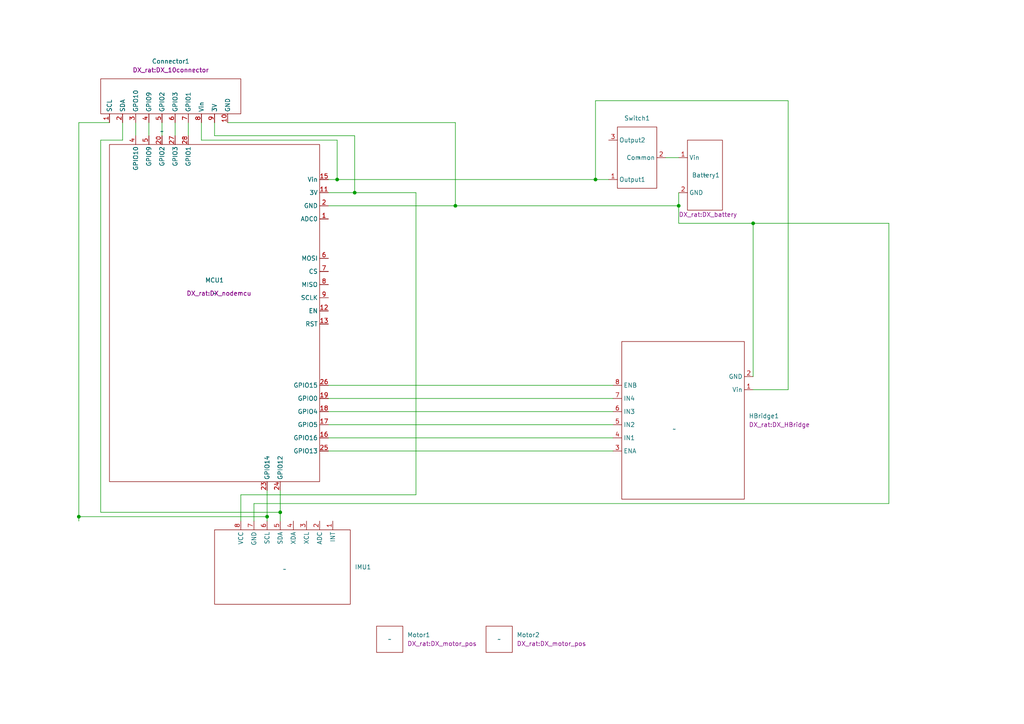
<source format=kicad_sch>
(kicad_sch (version 20230121) (generator eeschema)
  (paper "A4")
  (lib_symbols
    (symbol "DX_rat:DX_10connector"
      (property "Reference" "Connector" (at 0 0 0))
      (property "Footprint" "DX_rat:DX_10connector" (at 0 -2.54 0))
      (symbol "DX_10connector_0_1"
        (rectangle (start -17.78 15.24) (end 22.86 5.08))
      )
      (symbol "DX_10connector_1_1"
        (pin bidirectional line (at -15.24 2.54 90) (length 2.54) (name "SCL") (number "1"))
        (pin bidirectional line (at 19.05 2.54 90) (length 2.54) (name "GND") (number "10"))
        (pin bidirectional line (at -11.43 2.54 90) (length 2.54) (name "SDA") (number "2"))
        (pin bidirectional line (at -7.62 2.54 90) (length 2.54) (name "GPO10") (number "3"))
        (pin bidirectional line (at -3.81 2.54 90) (length 2.54) (name "GPIO9") (number "4"))
        (pin bidirectional line (at 0 2.54 90) (length 2.54) (name "GPIO2") (number "5"))
        (pin bidirectional line (at 3.81 2.54 90) (length 2.54) (name "GPIO3") (number "6"))
        (pin bidirectional line (at 7.62 2.54 90) (length 2.54) (name "GPIO1") (number "7"))
        (pin bidirectional line (at 11.43 2.54 90) (length 2.54) (name "Vin") (number "8"))
        (pin bidirectional line (at 15.24 2.54 90) (length 2.54) (name "3V") (number "9"))
      )
    )
    (symbol "DX_rat:DX_HBridge"
      (property "Reference" "HBridge1" (at -21.59 -3.81 0))
      (property "Value" "~" (at 0 0 0))
      (property "Footprint" "DX_rat:DX_HBridge" (at -21.59 -1.27 0))
      (symbol "DX_HBridge_0_1"
        (rectangle (start -20.32 20.32) (end 15.24 -25.4))
      )
      (symbol "DX_HBridge_1_1"
        (pin input line (at -22.86 -11.43 0) (length 2.54) (name "Vin") (number "1"))
        (pin input line (at -22.86 -15.24 0) (length 2.54) (name "GND") (number "2"))
        (pin input line (at 17.78 6.35 180) (length 2.54) (name "ENA") (number "3"))
        (pin input line (at 17.78 2.54 180) (length 2.54) (name "IN1") (number "4"))
        (pin input line (at 17.78 -1.27 180) (length 2.54) (name "IN2") (number "5"))
        (pin input line (at 17.78 -5.08 180) (length 2.54) (name "IN3") (number "6"))
        (pin input line (at 17.78 -8.89 180) (length 2.54) (name "IN4") (number "7"))
        (pin input line (at 17.78 -12.7 180) (length 2.54) (name "ENB") (number "8"))
      )
    )
    (symbol "DX_rat:DX_MCU"
      (property "Reference" "MCU1" (at 0 3.81 0))
      (property "Value" "~" (at 0 0 0))
      (property "Footprint" "DX_rat:DX_nodemcu" (at 1.27 0 0))
      (symbol "DX_MCU_0_1"
        (rectangle (start -30.48 43.18) (end 30.48 -54.61))
      )
      (symbol "DX_MCU_1_1"
        (pin bidirectional line (at 33.02 21.59 180) (length 2.54) (name "ADC0") (number "1"))
        (pin passive line (at 33.02 25.4 180) (length 2.54) hide (name "GND") (number "10"))
        (pin bidirectional line (at 33.02 29.21 180) (length 2.54) (name "3V") (number "11"))
        (pin bidirectional line (at 33.02 -5.08 180) (length 2.54) (name "EN") (number "12"))
        (pin bidirectional line (at 33.02 -8.89 180) (length 2.54) (name "RST") (number "13"))
        (pin passive line (at 33.02 25.4 180) (length 2.54) hide (name "GND") (number "14"))
        (pin bidirectional line (at 33.02 33.02 180) (length 2.54) (name "Vin") (number "15"))
        (pin bidirectional line (at 33.02 -41.91 180) (length 2.54) (name "GPIO16") (number "16"))
        (pin bidirectional line (at 33.02 -38.1 180) (length 2.54) (name "GPIO5") (number "17"))
        (pin bidirectional line (at 33.02 -34.29 180) (length 2.54) (name "GPIO4") (number "18"))
        (pin bidirectional line (at 33.02 -30.48 180) (length 2.54) (name "GPIO0") (number "19"))
        (pin bidirectional line (at 33.02 25.4 180) (length 2.54) (name "GND") (number "2"))
        (pin bidirectional line (at -15.24 45.72 270) (length 2.54) (name "GPIO2") (number "20"))
        (pin passive line (at 33.02 29.21 180) (length 2.54) hide (name "3V") (number "21"))
        (pin passive line (at 33.02 25.4 180) (length 2.54) hide (name "GND") (number "22"))
        (pin bidirectional line (at 15.24 -57.15 90) (length 2.54) (name "GPIO14") (number "23"))
        (pin bidirectional line (at 19.05 -57.15 90) (length 2.54) (name "GPIO12") (number "24"))
        (pin bidirectional line (at 33.02 -45.72 180) (length 2.54) (name "GPIO13") (number "25"))
        (pin bidirectional line (at 33.02 -26.67 180) (length 2.54) (name "GPIO15") (number "26"))
        (pin bidirectional line (at -11.43 45.72 270) (length 2.54) (name "GPIO3") (number "27"))
        (pin bidirectional line (at -7.62 45.72 270) (length 2.54) (name "GPIO1") (number "28"))
        (pin passive line (at 33.02 25.4 180) (length 2.54) hide (name "GND") (number "29"))
        (pin passive line (at 33.02 29.21 180) (length 2.54) hide (name "3V") (number "30"))
        (pin bidirectional line (at -22.86 45.72 270) (length 2.54) (name "GPIO10") (number "4"))
        (pin bidirectional line (at -19.05 45.72 270) (length 2.54) (name "GPIO9") (number "5"))
        (pin bidirectional line (at 33.02 10.16 180) (length 2.54) (name "MOSI") (number "6"))
        (pin bidirectional line (at 33.02 6.35 180) (length 2.54) (name "CS") (number "7"))
        (pin bidirectional line (at 33.02 2.54 180) (length 2.54) (name "MISO") (number "8"))
        (pin bidirectional line (at 33.02 -1.27 180) (length 2.54) (name "SCLK") (number "9"))
      )
    )
    (symbol "DX_rat:DX_Switch"
      (property "Reference" "Switch" (at 0 0 0))
      (symbol "DX_Switch_0_1"
        (rectangle (start -8.89 6.35) (end 8.89 -5.08))
      )
      (symbol "DX_Switch_1_1"
        (pin bidirectional line (at -6.35 8.89 270) (length 2.54) (name "Output1") (number "1"))
        (pin bidirectional line (at 0 -7.62 90) (length 2.54) (name "Common") (number "2"))
        (pin bidirectional line (at 5.08 8.89 270) (length 2.54) (name "Output2") (number "3"))
      )
    )
    (symbol "DX_rat:DX_battery"
      (property "Reference" "Battery" (at 0 7.62 0))
      (property "Footprint" "DX_rat:DX_battery" (at 0 0 0))
      (symbol "DX_battery_0_1"
        (rectangle (start -5.08 10.16) (end 5.08 -10.16))
      )
      (symbol "DX_battery_1_1"
        (pin output line (at -7.62 5.08 0) (length 2.54) (name "Vin") (number "1"))
        (pin output line (at -7.62 -5.08 0) (length 2.54) (name "GND") (number "2"))
      )
    )
    (symbol "DX_rat:DX_imc"
      (property "Reference" "IMU" (at 0 0 0))
      (symbol "DX_imc_0_1"
        (rectangle (start -19.05 10.16) (end 20.32 -11.43))
      )
      (symbol "DX_imc_1_1"
        (pin bidirectional line (at -13.97 -13.97 90) (length 2.54) (name "INT") (number "1"))
        (pin bidirectional line (at -10.16 -13.97 90) (length 2.54) (name "ADC") (number "2"))
        (pin bidirectional line (at -6.35 -13.97 90) (length 2.54) (name "XCL") (number "3"))
        (pin bidirectional line (at -2.54 -13.97 90) (length 2.54) (name "XDA") (number "4"))
        (pin bidirectional line (at 1.27 -13.97 90) (length 2.54) (name "SDA") (number "5"))
        (pin bidirectional line (at 5.08 -13.97 90) (length 2.54) (name "SCL") (number "6"))
        (pin bidirectional line (at 8.89 -13.97 90) (length 2.54) (name "GND") (number "7"))
        (pin bidirectional line (at 12.7 -13.97 90) (length 2.54) (name "VCC") (number "8"))
      )
    )
    (symbol "DX_rat:DX_motor_pos"
      (property "Reference" "Motor" (at 0 0 0))
      (property "Footprint" "DX_rat:DX_motor_pos" (at 0 0 0))
      (symbol "DX_motor_pos_0_1"
        (rectangle (start -3.81 3.81) (end 3.81 -3.81))
      )
    )
  )
  (junction (at 22.86 149.86))
  (junction (at 102.87 55.88))
  (junction (at 77.47 149.86))
  (junction (at 172.72 52.07))
  (junction (at 97.79 52.07))
  (junction (at 196.85 59.69))
  (junction (at 218.44 64.77))
  (junction (at 132.08 59.69))
  (junction (at 81.28 148.59))
  (wire (pts (xy 39.37 35.56) (xy 39.37 39.37)))
  (wire (pts (xy 193.04 45.72) (xy 196.85 45.72)))
  (wire (pts (xy 77.47 151.13) (xy 77.47 149.86)))
  (wire (pts (xy 120.65 55.88) (xy 120.65 143.51)))
  (wire (pts (xy 172.72 29.21) (xy 228.6 29.21)))
  (wire (pts (xy 35.56 40.64) (xy 35.56 35.56)))
  (wire (pts (xy 95.25 130.81) (xy 177.8 130.81)))
  (wire (pts (xy 97.79 40.64) (xy 58.42 40.64)))
  (wire (pts (xy 95.25 127) (xy 177.8 127)))
  (wire (pts (xy 218.44 64.77) (xy 257.81 64.77)))
  (wire (pts (xy 73.66 146.05) (xy 257.81 146.05)))
  (wire (pts (xy 58.42 40.64) (xy 58.42 35.56)))
  (wire (pts (xy 95.25 55.88) (xy 102.87 55.88)))
  (wire (pts (xy 62.23 39.37) (xy 102.87 39.37)))
  (wire (pts (xy 172.72 52.07) (xy 176.53 52.07)))
  (wire (pts (xy 22.86 151.13) (xy 22.86 149.86)))
  (wire (pts (xy 120.65 143.51) (xy 69.85 143.51)))
  (wire (pts (xy 43.18 35.56) (xy 43.18 39.37)))
  (wire (pts (xy 257.81 146.05) (xy 257.81 64.77)))
  (wire (pts (xy 102.87 39.37) (xy 102.87 55.88)))
  (wire (pts (xy 95.25 115.57) (xy 177.8 115.57)))
  (wire (pts (xy 132.08 59.69) (xy 196.85 59.69)))
  (wire (pts (xy 81.28 142.24) (xy 81.28 148.59)))
  (wire (pts (xy 97.79 52.07) (xy 172.72 52.07)))
  (wire (pts (xy 62.23 35.56) (xy 62.23 39.37)))
  (wire (pts (xy 22.86 35.56) (xy 31.75 35.56)))
  (wire (pts (xy 54.61 35.56) (xy 54.61 39.37)))
  (wire (pts (xy 228.6 113.03) (xy 218.44 113.03)))
  (wire (pts (xy 196.85 64.77) (xy 218.44 64.77)))
  (wire (pts (xy 73.66 151.13) (xy 73.66 146.05)))
  (wire (pts (xy 46.99 35.56) (xy 46.99 39.37)))
  (wire (pts (xy 196.85 59.69) (xy 196.85 64.77)))
  (wire (pts (xy 22.86 149.86) (xy 22.86 35.56)))
  (wire (pts (xy 50.8 35.56) (xy 50.8 39.37)))
  (wire (pts (xy 95.25 111.76) (xy 177.8 111.76)))
  (wire (pts (xy 95.25 52.07) (xy 97.79 52.07)))
  (wire (pts (xy 66.04 35.56) (xy 132.08 35.56)))
  (wire (pts (xy 132.08 35.56) (xy 132.08 59.69)))
  (wire (pts (xy 22.86 149.86) (xy 77.47 149.86)))
  (wire (pts (xy 228.6 29.21) (xy 228.6 113.03)))
  (wire (pts (xy 69.85 143.51) (xy 69.85 151.13)))
  (wire (pts (xy 102.87 55.88) (xy 120.65 55.88)))
  (wire (pts (xy 81.28 148.59) (xy 81.28 151.13)))
  (wire (pts (xy 218.44 64.77) (xy 218.44 109.22)))
  (wire (pts (xy 196.85 59.69) (xy 196.85 55.88)))
  (wire (pts (xy 95.25 119.38) (xy 177.8 119.38)))
  (wire (pts (xy 97.79 52.07) (xy 97.79 40.64)))
  (wire (pts (xy 95.25 123.19) (xy 177.8 123.19)))
  (wire (pts (xy 29.21 148.59) (xy 29.21 40.64)))
  (wire (pts (xy 95.25 59.69) (xy 132.08 59.69)))
  (wire (pts (xy 77.47 149.86) (xy 77.47 142.24)))
  (wire (pts (xy 29.21 40.64) (xy 35.56 40.64)))
  (wire (pts (xy 172.72 52.07) (xy 172.72 29.21)))
  (wire (pts (xy 81.28 148.59) (xy 29.21 148.59)))
  (symbol (lib_id "DX_rat:DX_MCU") (at 62.23 85.09 0) (unit 1)
    (property "Reference" "MCU1" (at 62.23 81.28 0))
    (property "Value" "~" (at 62.23 85.09 0))
    (property "Footprint" "DX_rat:DX_nodemcu" (at 63.5 85.09 0))
  )
  (symbol (lib_id "DX_rat:DX_motor_pos") (at 113.03 185.42 0) (unit 1)
    (property "Reference" "Motor1" (at 118.11 184.15 0) (effects (justify left)))
    (property "Value" "~" (at 113.03 185.42 0))
    (property "Footprint" "DX_rat:DX_motor_pos" (at 118.11 186.69 0) (effects (justify left)))
  )
  (symbol (lib_id "DX_rat:DX_imc") (at 82.55 165.1 180) (unit 1)
    (property "Reference" "IMU1" (at 102.87 164.465 0) (effects (justify right)))
    (property "Value" "~" (at 82.55 165.1 0))
    (property "Footprint" "DX_rat:DX_imu" (effects hide))
  )
  (symbol (lib_id "DX_rat:DX_Switch") (at 185.42 45.72 90) (unit 1)
    (property "Reference" "Switch1" (at 184.785 34.29 90))
    (property "Value" "~" (at 185.42 45.72 0))
    (property "Footprint" "DX_rat:DX_Switch" (effects hide))
  )
  (symbol (lib_id "DX_rat:DX_battery") (at 204.47 50.8 0) (unit 1)
    (property "Reference" "Battery1" (at 200.66 50.8 0) (effects (justify left)))
    (property "Value" "~" (at 204.47 50.8 0))
    (property "Footprint" "DX_rat:DX_battery" (at 196.85 62.23 0) (effects (justify left)))
  )
  (symbol (lib_id "DX_rat:DX_motor_pos") (at 144.78 185.42 0) (unit 1)
    (property "Reference" "Motor2" (at 149.86 184.15 0) (effects (justify left)))
    (property "Value" "~" (at 144.78 185.42 0))
    (property "Footprint" "DX_rat:DX_motor_pos" (at 149.86 186.69 0) (effects (justify left)))
  )
  (symbol (lib_id "DX_rat:DX_HBridge") (at 195.58 124.46 180) (unit 1)
    (property "Reference" "HBridge1" (at 217.17 120.65 0) (effects (justify right)))
    (property "Value" "~" (at 195.58 124.46 0))
    (property "Footprint" "DX_rat:DX_HBridge" (at 217.17 123.19 0) (effects (justify right)))
  )
  (symbol (lib_id "DX_rat:DX_10connector") (at 46.99 38.1 0) (unit 1)
    (property "Reference" "Connector1" (at 49.53 17.78 0))
    (property "Value" "~" (at 46.99 38.1 0))
    (property "Footprint" "DX_rat:DX_10connector" (at 49.53 20.32 0))
  )
)
</source>
